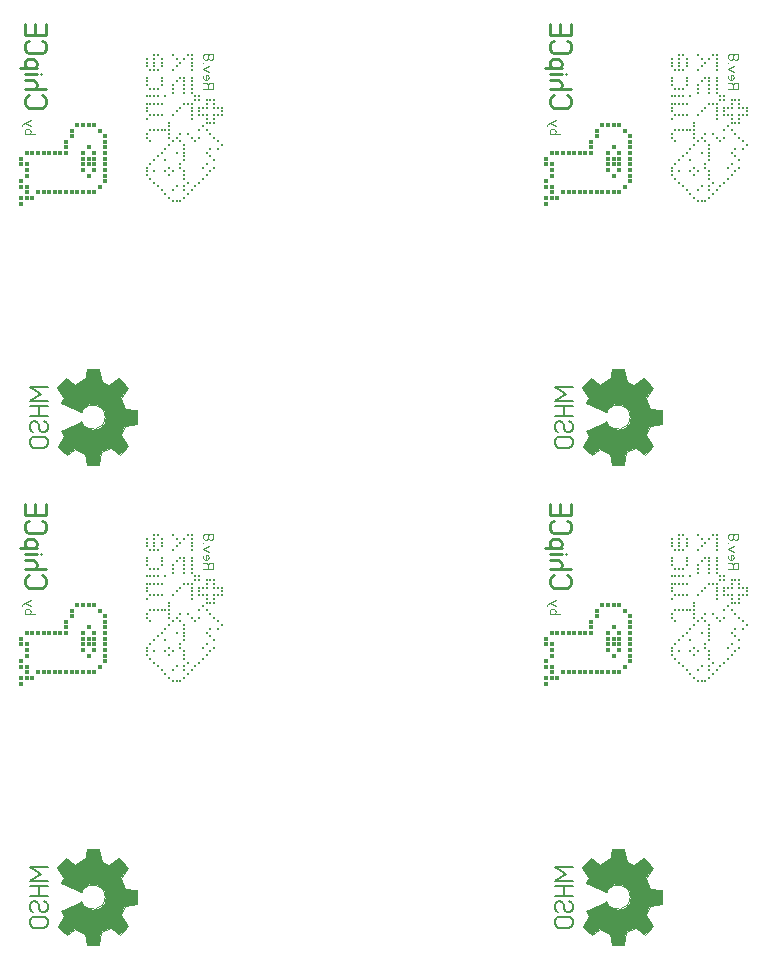
<source format=gbr>
%FSLAX34Y34*%
%MOMM*%
%LNSILK_BOTTOM*%
G71*
G01*
%ADD10C, 0.100*%
%ADD11C, 0.189*%
%ADD12R, 0.270X0.270*%
%ADD13C, 0.111*%
%ADD14R, 0.400X0.400*%
%ADD15C, 0.222*%
%LPD*%
G54D10*
X120654Y-342024D02*
X120655Y-353136D01*
X110336Y-355517D01*
X107161Y-363058D01*
X113114Y-372186D01*
X105970Y-380124D01*
X98033Y-373774D01*
X90095Y-377345D01*
X88508Y-388458D01*
X77792Y-388458D01*
X76602Y-378536D01*
X68267Y-374964D01*
X60726Y-380124D01*
X53186Y-372583D01*
X58742Y-363852D01*
X55964Y-359486D01*
X72633Y-351945D01*
G54D10*
X72633Y-343214D02*
X56361Y-335674D01*
X58345Y-331308D01*
X52789Y-322974D01*
X60330Y-314639D01*
X68267Y-320592D01*
X76602Y-317020D01*
X77792Y-306702D01*
X88508Y-307098D01*
X90492Y-317814D01*
X96842Y-320592D01*
X105176Y-314639D01*
X112717Y-322577D01*
X107161Y-331705D01*
X110336Y-340436D01*
X120654Y-342024D01*
G54D10*
G75*
G01X73317Y-351676D02*
G03X73317Y-343471I9666J4102D01*
G01*
G36*
X88508Y-307098D02*
X90492Y-317814D01*
X96842Y-320592D01*
X105176Y-314639D01*
X112717Y-322577D01*
X107161Y-331705D01*
X110336Y-340436D01*
X120654Y-342024D01*
X120655Y-353136D01*
X110336Y-355517D01*
X107161Y-363058D01*
X113114Y-372186D01*
X105970Y-380124D01*
X98033Y-373774D01*
X90095Y-377345D01*
X88508Y-388458D01*
X77792Y-388458D01*
X76602Y-378536D01*
X68267Y-374964D01*
X60726Y-380124D01*
X53186Y-372583D01*
X58742Y-363852D01*
X55964Y-359486D01*
X73426Y-351548D01*
X73823Y-352739D01*
X74617Y-353930D01*
X76998Y-356311D01*
X80173Y-357898D01*
X82158Y-358295D01*
X83745Y-358295D01*
X86126Y-357898D01*
X88904Y-356708D01*
X91683Y-354327D01*
X92873Y-352342D01*
X93667Y-350358D01*
X94064Y-347977D01*
X93667Y-345595D01*
X92873Y-342420D01*
X90492Y-339642D01*
X86523Y-336864D01*
X80173Y-336864D01*
X77792Y-338055D01*
X75411Y-339642D01*
X73426Y-342024D01*
X73426Y-343611D01*
X56361Y-335674D01*
X58345Y-331308D01*
X52789Y-322974D01*
X60330Y-314639D01*
X68267Y-320592D01*
X88508Y-307098D01*
G37*
G54D10*
X88508Y-307098D02*
X90492Y-317814D01*
X96842Y-320592D01*
X105176Y-314639D01*
X112717Y-322577D01*
X107161Y-331705D01*
X110336Y-340436D01*
X120654Y-342024D01*
X120655Y-353136D01*
X110336Y-355517D01*
X107161Y-363058D01*
X113114Y-372186D01*
X105970Y-380124D01*
X98033Y-373774D01*
X90095Y-377345D01*
X88508Y-388458D01*
X77792Y-388458D01*
X76602Y-378536D01*
X68267Y-374964D01*
X60726Y-380124D01*
X53186Y-372583D01*
X58742Y-363852D01*
X55964Y-359486D01*
X73426Y-351548D01*
X73823Y-352739D01*
X74617Y-353930D01*
X76998Y-356311D01*
X80173Y-357898D01*
X82158Y-358295D01*
X83745Y-358295D01*
X86126Y-357898D01*
X88904Y-356708D01*
X91683Y-354327D01*
X92873Y-352342D01*
X93667Y-350358D01*
X94064Y-347977D01*
X93667Y-345595D01*
X92873Y-342420D01*
X90492Y-339642D01*
X86523Y-336864D01*
X80173Y-336864D01*
X77792Y-338055D01*
X75411Y-339642D01*
X73426Y-342024D01*
X73426Y-343611D01*
X56361Y-335674D01*
X58345Y-331308D01*
X52789Y-322974D01*
X60330Y-314639D01*
X68267Y-320592D01*
X88508Y-307098D01*
G36*
X88508Y-307098D02*
X77792Y-306702D01*
X76602Y-317020D01*
X88508Y-307098D01*
G37*
G54D10*
X88508Y-307098D02*
X77792Y-306702D01*
X76602Y-317020D01*
X88508Y-307098D01*
G54D11*
X41981Y-364316D02*
X32537Y-364316D01*
X30648Y-365449D01*
X29704Y-367716D01*
X29704Y-369982D01*
X30648Y-372249D01*
X32537Y-373382D01*
X41981Y-373382D01*
X43870Y-372249D01*
X44815Y-369982D01*
X44815Y-367716D01*
X43870Y-365449D01*
X41981Y-364316D01*
G54D11*
X32537Y-360159D02*
X30648Y-359026D01*
X29704Y-356759D01*
X29704Y-354493D01*
X30648Y-352226D01*
X32537Y-351093D01*
X34426Y-351093D01*
X36315Y-352226D01*
X37259Y-354493D01*
X37259Y-356759D01*
X38204Y-359026D01*
X40092Y-360159D01*
X41981Y-360159D01*
X43870Y-359026D01*
X44815Y-356759D01*
X44815Y-354493D01*
X43870Y-352226D01*
X41981Y-351093D01*
G54D11*
X29704Y-346936D02*
X44815Y-346936D01*
G54D11*
X29704Y-337870D02*
X44815Y-337870D01*
G54D11*
X37259Y-346936D02*
X37259Y-337870D01*
G54D11*
X44815Y-333713D02*
X29704Y-333713D01*
X39148Y-328047D01*
X29704Y-322380D01*
X44815Y-322380D01*
X150812Y-164975D02*
G54D12*
D03*
X147638Y-161800D02*
G54D12*
D03*
X144462Y-158625D02*
G54D12*
D03*
X141288Y-155450D02*
G54D12*
D03*
X157162Y-164975D02*
G54D12*
D03*
X160338Y-161800D02*
G54D12*
D03*
X163512Y-158625D02*
G54D12*
D03*
X166688Y-155450D02*
G54D12*
D03*
X169862Y-152275D02*
G54D12*
D03*
X138112Y-152275D02*
G54D12*
D03*
X134938Y-149100D02*
G54D12*
D03*
X131762Y-145925D02*
G54D12*
D03*
X128588Y-142750D02*
G54D12*
D03*
X128588Y-136400D02*
G54D12*
D03*
X131762Y-133225D02*
G54D12*
D03*
X134938Y-130050D02*
G54D12*
D03*
X138112Y-126875D02*
G54D12*
D03*
X141288Y-123700D02*
G54D12*
D03*
X144462Y-120525D02*
G54D12*
D03*
X147638Y-117350D02*
G54D12*
D03*
X150812Y-114175D02*
G54D12*
D03*
X153988Y-111000D02*
G54D12*
D03*
X173038Y-149100D02*
G54D12*
D03*
X176212Y-145925D02*
G54D12*
D03*
X179388Y-142750D02*
G54D12*
D03*
X182562Y-139575D02*
G54D12*
D03*
X179388Y-123700D02*
G54D12*
D03*
X169862Y-114175D02*
G54D12*
D03*
X173038Y-111000D02*
G54D12*
D03*
X182562Y-120525D02*
G54D12*
D03*
X188912Y-120525D02*
G54D12*
D03*
X192088Y-117350D02*
G54D12*
D03*
X188912Y-114175D02*
G54D12*
D03*
X185738Y-111000D02*
G54D12*
D03*
X182562Y-107825D02*
G54D12*
D03*
X179388Y-104650D02*
G54D12*
D03*
X176212Y-101475D02*
G54D12*
D03*
X173038Y-104650D02*
G54D12*
D03*
X160338Y-155450D02*
G54D12*
D03*
X160338Y-152275D02*
G54D12*
D03*
X163512Y-149100D02*
G54D12*
D03*
X160338Y-145925D02*
G54D12*
D03*
X160338Y-142750D02*
G54D12*
D03*
X160338Y-139575D02*
G54D12*
D03*
X157162Y-136400D02*
G54D12*
D03*
X157162Y-133225D02*
G54D12*
D03*
X160338Y-130050D02*
G54D12*
D03*
X160338Y-126875D02*
G54D12*
D03*
X160338Y-123700D02*
G54D12*
D03*
X160338Y-120525D02*
G54D12*
D03*
X160338Y-117350D02*
G54D12*
D03*
X157162Y-114175D02*
G54D12*
D03*
X185738Y-98300D02*
G54D12*
D03*
X182562Y-98300D02*
G54D12*
D03*
X179388Y-98300D02*
G54D12*
D03*
X179388Y-95125D02*
G54D12*
D03*
X185738Y-95125D02*
G54D12*
D03*
X185738Y-91950D02*
G54D12*
D03*
X188912Y-91950D02*
G54D12*
D03*
X192088Y-91950D02*
G54D12*
D03*
X192088Y-88775D02*
G54D12*
D03*
X192088Y-85600D02*
G54D12*
D03*
X188912Y-85600D02*
G54D12*
D03*
X185738Y-85600D02*
G54D12*
D03*
X185738Y-82425D02*
G54D12*
D03*
X185738Y-79250D02*
G54D12*
D03*
X182562Y-79250D02*
G54D12*
D03*
X179388Y-79250D02*
G54D12*
D03*
X179388Y-82425D02*
G54D12*
D03*
X179388Y-85600D02*
G54D12*
D03*
X179388Y-91950D02*
G54D12*
D03*
X176212Y-91950D02*
G54D12*
D03*
X173038Y-91950D02*
G54D12*
D03*
X173038Y-88775D02*
G54D12*
D03*
X173038Y-85600D02*
G54D12*
D03*
X176212Y-85600D02*
G54D12*
D03*
X185738Y-136400D02*
G54D12*
D03*
X185738Y-130050D02*
G54D12*
D03*
X182562Y-126875D02*
G54D12*
D03*
X166688Y-111000D02*
G54D12*
D03*
X163512Y-107825D02*
G54D12*
D03*
X157162Y-107825D02*
G54D12*
D03*
X147638Y-111000D02*
G54D12*
D03*
X147638Y-107825D02*
G54D12*
D03*
X147638Y-104650D02*
G54D12*
D03*
X147638Y-101475D02*
G54D12*
D03*
X147638Y-98300D02*
G54D12*
D03*
X144462Y-104650D02*
G54D12*
D03*
X141288Y-104650D02*
G54D12*
D03*
X138112Y-104650D02*
G54D12*
D03*
X134938Y-104650D02*
G54D12*
D03*
X131762Y-104650D02*
G54D12*
D03*
X128588Y-107825D02*
G54D12*
D03*
X128588Y-111000D02*
G54D12*
D03*
X131762Y-114175D02*
G54D12*
D03*
X128588Y-95125D02*
G54D12*
D03*
X131762Y-91950D02*
G54D12*
D03*
X134938Y-91950D02*
G54D12*
D03*
X138112Y-91950D02*
G54D12*
D03*
X141288Y-91950D02*
G54D12*
D03*
X128588Y-88775D02*
G54D12*
D03*
X128588Y-85600D02*
G54D12*
D03*
X128588Y-82425D02*
G54D12*
D03*
X131762Y-82425D02*
G54D12*
D03*
X134938Y-82425D02*
G54D12*
D03*
X138112Y-82425D02*
G54D12*
D03*
X141288Y-82425D02*
G54D12*
D03*
X144462Y-76075D02*
G54D12*
D03*
X138112Y-76075D02*
G54D12*
D03*
X134938Y-76075D02*
G54D12*
D03*
X131762Y-76075D02*
G54D12*
D03*
X128588Y-76075D02*
G54D12*
D03*
X131762Y-69725D02*
G54D12*
D03*
X134938Y-69725D02*
G54D12*
D03*
X138112Y-69725D02*
G54D12*
D03*
X141288Y-66550D02*
G54D12*
D03*
X141288Y-63375D02*
G54D12*
D03*
X128588Y-66550D02*
G54D12*
D03*
X128588Y-63375D02*
G54D12*
D03*
X128588Y-60200D02*
G54D12*
D03*
X141288Y-60200D02*
G54D12*
D03*
X131762Y-53850D02*
G54D12*
D03*
X134938Y-53850D02*
G54D12*
D03*
X138112Y-53850D02*
G54D12*
D03*
X141288Y-50675D02*
G54D12*
D03*
X141288Y-47500D02*
G54D12*
D03*
X141288Y-44325D02*
G54D12*
D03*
X128588Y-50675D02*
G54D12*
D03*
X128588Y-47500D02*
G54D12*
D03*
X128588Y-44325D02*
G54D12*
D03*
X138112Y-41150D02*
G54D12*
D03*
X134938Y-41150D02*
G54D12*
D03*
X134938Y-44325D02*
G54D12*
D03*
X134938Y-47500D02*
G54D12*
D03*
X134938Y-50675D02*
G54D12*
D03*
X147638Y-142750D02*
G54D12*
D03*
X144462Y-139575D02*
G54D12*
D03*
X147638Y-136400D02*
G54D12*
D03*
X150812Y-139575D02*
G54D12*
D03*
X144462Y-130050D02*
G54D12*
D03*
X153988Y-152275D02*
G54D12*
D03*
X153988Y-123700D02*
G54D12*
D03*
X134938Y-139575D02*
G54D12*
D03*
X150812Y-155450D02*
G54D12*
D03*
X166688Y-95125D02*
G54D12*
D03*
X166688Y-91950D02*
G54D12*
D03*
X166688Y-88775D02*
G54D12*
D03*
X166688Y-85600D02*
G54D12*
D03*
X166688Y-82425D02*
G54D12*
D03*
X163512Y-82425D02*
G54D12*
D03*
X160338Y-82425D02*
G54D12*
D03*
X157162Y-85600D02*
G54D12*
D03*
X153988Y-88775D02*
G54D12*
D03*
X150812Y-91950D02*
G54D12*
D03*
X173038Y-79250D02*
G54D12*
D03*
X169862Y-79250D02*
G54D12*
D03*
X169862Y-76075D02*
G54D12*
D03*
X173038Y-76075D02*
G54D12*
D03*
X166688Y-72900D02*
G54D12*
D03*
X166688Y-69725D02*
G54D12*
D03*
X166688Y-66550D02*
G54D12*
D03*
X166688Y-63375D02*
G54D12*
D03*
X166688Y-60200D02*
G54D12*
D03*
X160338Y-72900D02*
G54D12*
D03*
X160338Y-69725D02*
G54D12*
D03*
X160338Y-66550D02*
G54D12*
D03*
X160338Y-63375D02*
G54D12*
D03*
X160338Y-60200D02*
G54D12*
D03*
X157162Y-60200D02*
G54D12*
D03*
X153988Y-63375D02*
G54D12*
D03*
X150812Y-66550D02*
G54D12*
D03*
X150812Y-72900D02*
G54D12*
D03*
X150812Y-69725D02*
G54D12*
D03*
X166688Y-53850D02*
G54D12*
D03*
X166688Y-50675D02*
G54D12*
D03*
X166688Y-47500D02*
G54D12*
D03*
X166688Y-44325D02*
G54D12*
D03*
X166688Y-41150D02*
G54D12*
D03*
X163512Y-41150D02*
G54D12*
D03*
X160338Y-44325D02*
G54D12*
D03*
X157162Y-47500D02*
G54D12*
D03*
X153988Y-50675D02*
G54D12*
D03*
X150812Y-53850D02*
G54D12*
D03*
X153988Y-44325D02*
G54D12*
D03*
X150812Y-41150D02*
G54D12*
D03*
X179388Y-133225D02*
G54D12*
D03*
X176212Y-136400D02*
G54D12*
D03*
G54D13*
X180657Y-67058D02*
X179546Y-65058D01*
X178435Y-64392D01*
X176212Y-64392D01*
G54D13*
X176212Y-69725D02*
X185101Y-69725D01*
X185101Y-66392D01*
X184546Y-65058D01*
X183435Y-64392D01*
X182324Y-64392D01*
X181212Y-65058D01*
X180657Y-66392D01*
X180657Y-69725D01*
G54D13*
X176768Y-57948D02*
X176212Y-59015D01*
X176212Y-60348D01*
X176768Y-61681D01*
X177879Y-61948D01*
X179768Y-61948D01*
X180879Y-61281D01*
X181212Y-59948D01*
X180879Y-58615D01*
X180101Y-57948D01*
X178990Y-57948D01*
X178990Y-61948D01*
G54D13*
X181212Y-55504D02*
X176212Y-52837D01*
X181212Y-50171D01*
G54D13*
X176212Y-47727D02*
X176212Y-47727D01*
G54D13*
X180657Y-41950D02*
X180657Y-43283D01*
X181212Y-44616D01*
X182324Y-45283D01*
X183435Y-45283D01*
X184546Y-44616D01*
X185101Y-43283D01*
X185101Y-41950D01*
X184546Y-40616D01*
X183435Y-39950D01*
X182324Y-39950D01*
X181212Y-40616D01*
X180657Y-41950D01*
X180101Y-40616D01*
X178990Y-39950D01*
X177879Y-39950D01*
X176768Y-40616D01*
X176212Y-41950D01*
X176212Y-43283D01*
X176768Y-44616D01*
X177879Y-45283D01*
X178990Y-45283D01*
X180101Y-44616D01*
X180657Y-43283D01*
X153988Y-164975D02*
G54D12*
D03*
X128588Y-139575D02*
G54D12*
D03*
X93662Y-143147D02*
G54D14*
D03*
X93662Y-138384D02*
G54D14*
D03*
X93662Y-133622D02*
G54D14*
D03*
X93662Y-128859D02*
G54D14*
D03*
X93662Y-124097D02*
G54D14*
D03*
X93662Y-119334D02*
G54D14*
D03*
X93662Y-114572D02*
G54D14*
D03*
X93662Y-109809D02*
G54D14*
D03*
X79375Y-157434D02*
G54D14*
D03*
X74612Y-157434D02*
G54D14*
D03*
X69850Y-157434D02*
G54D14*
D03*
X65088Y-157434D02*
G54D14*
D03*
X60325Y-157434D02*
G54D14*
D03*
X55562Y-157434D02*
G54D14*
D03*
X50800Y-157434D02*
G54D14*
D03*
X46038Y-157434D02*
G54D14*
D03*
X41275Y-157434D02*
G54D14*
D03*
X36512Y-157434D02*
G54D14*
D03*
X31750Y-162197D02*
G54D14*
D03*
X26988Y-162197D02*
G54D14*
D03*
X22225Y-162197D02*
G54D14*
D03*
X22225Y-166959D02*
G54D14*
D03*
X26988Y-152672D02*
G54D14*
D03*
X22225Y-152672D02*
G54D14*
D03*
X22225Y-147909D02*
G54D14*
D03*
X26988Y-143147D02*
G54D14*
D03*
X26988Y-138384D02*
G54D14*
D03*
X26988Y-133622D02*
G54D14*
D03*
X22225Y-133622D02*
G54D14*
D03*
X22225Y-128859D02*
G54D14*
D03*
X69850Y-100284D02*
G54D14*
D03*
X74612Y-100284D02*
G54D14*
D03*
X79375Y-100284D02*
G54D14*
D03*
X84138Y-100284D02*
G54D14*
D03*
X88900Y-105047D02*
G54D14*
D03*
X79375Y-143147D02*
G54D14*
D03*
X84138Y-138384D02*
G54D14*
D03*
X84138Y-133622D02*
G54D14*
D03*
X84138Y-128859D02*
G54D14*
D03*
X84138Y-124097D02*
G54D14*
D03*
X79375Y-119334D02*
G54D14*
D03*
X74612Y-138384D02*
G54D14*
D03*
X74612Y-133622D02*
G54D14*
D03*
X74612Y-128859D02*
G54D14*
D03*
X74612Y-124097D02*
G54D14*
D03*
X79375Y-133622D02*
G54D14*
D03*
X79375Y-128859D02*
G54D14*
D03*
X26988Y-157434D02*
G54D14*
D03*
X65088Y-105047D02*
G54D14*
D03*
X65088Y-109809D02*
G54D14*
D03*
X60325Y-119334D02*
G54D14*
D03*
X60325Y-114572D02*
G54D14*
D03*
X60325Y-124097D02*
G54D14*
D03*
X55562Y-124097D02*
G54D14*
D03*
X50800Y-124097D02*
G54D14*
D03*
X46038Y-124097D02*
G54D14*
D03*
X41275Y-124097D02*
G54D14*
D03*
X36512Y-124097D02*
G54D14*
D03*
X31750Y-124097D02*
G54D14*
D03*
X26988Y-124097D02*
G54D14*
D03*
X93662Y-147909D02*
G54D14*
D03*
X88900Y-152672D02*
G54D14*
D03*
X84138Y-157434D02*
G54D14*
D03*
G54D13*
X25400Y-107950D02*
X34289Y-107950D01*
G54D13*
X28956Y-107950D02*
X30067Y-107283D01*
X30400Y-105950D01*
X30067Y-104617D01*
X28956Y-103950D01*
X26733Y-103950D01*
X25622Y-104617D01*
X25400Y-105950D01*
X25622Y-107283D01*
X26733Y-107950D01*
G54D13*
X30400Y-101506D02*
X25400Y-98839D01*
X30400Y-96173D01*
G54D13*
X25400Y-98839D02*
X23733Y-99506D01*
X23178Y-100173D01*
X23178Y-100839D01*
G54D15*
X28733Y-75058D02*
X26511Y-76392D01*
X25400Y-79058D01*
X25400Y-81725D01*
X26511Y-84392D01*
X28733Y-85725D01*
X39844Y-85725D01*
X42067Y-84392D01*
X43178Y-81725D01*
X43178Y-79058D01*
X42067Y-76392D01*
X39844Y-75058D01*
G54D15*
X25400Y-70169D02*
X43178Y-70169D01*
G54D15*
X32511Y-70169D02*
X34733Y-68836D01*
X35400Y-66169D01*
X34733Y-63502D01*
X32511Y-62169D01*
X25400Y-62169D01*
G54D15*
X25400Y-57280D02*
X35400Y-57280D01*
G54D15*
X38733Y-57280D02*
X38733Y-57280D01*
G54D15*
X35400Y-52391D02*
X20956Y-52391D01*
G54D15*
X28733Y-52391D02*
X25844Y-51058D01*
X25400Y-48391D01*
X25844Y-45724D01*
X28067Y-44391D01*
X32511Y-44391D01*
X34733Y-45724D01*
X35400Y-48391D01*
X34733Y-51058D01*
X32067Y-52391D01*
G54D15*
X28733Y-28835D02*
X26511Y-30169D01*
X25400Y-32835D01*
X25400Y-35502D01*
X26511Y-38169D01*
X28733Y-39502D01*
X39844Y-39502D01*
X42067Y-38169D01*
X43178Y-35502D01*
X43178Y-32835D01*
X42067Y-30169D01*
X39844Y-28835D01*
G54D15*
X25400Y-14613D02*
X25400Y-23946D01*
X43178Y-23946D01*
X43178Y-14613D01*
G54D15*
X34289Y-23946D02*
X34289Y-14613D01*
G54D10*
X565154Y-342024D02*
X565155Y-353136D01*
X554836Y-355517D01*
X551661Y-363058D01*
X557614Y-372186D01*
X550470Y-380124D01*
X542533Y-373774D01*
X534595Y-377345D01*
X533008Y-388458D01*
X522292Y-388458D01*
X521102Y-378536D01*
X512767Y-374964D01*
X505226Y-380124D01*
X497686Y-372583D01*
X503242Y-363852D01*
X500464Y-359486D01*
X517133Y-351945D01*
G54D10*
X517133Y-343214D02*
X500861Y-335674D01*
X502845Y-331308D01*
X497289Y-322974D01*
X504830Y-314639D01*
X512767Y-320592D01*
X521102Y-317020D01*
X522292Y-306702D01*
X533008Y-307098D01*
X534992Y-317814D01*
X541342Y-320592D01*
X549676Y-314639D01*
X557217Y-322577D01*
X551661Y-331705D01*
X554836Y-340436D01*
X565154Y-342024D01*
G54D10*
G75*
G01X517817Y-351676D02*
G03X517817Y-343471I9666J4102D01*
G01*
G36*
X533008Y-307098D02*
X534992Y-317814D01*
X541342Y-320592D01*
X549676Y-314639D01*
X557217Y-322577D01*
X551661Y-331705D01*
X554836Y-340436D01*
X565154Y-342024D01*
X565155Y-353136D01*
X554836Y-355517D01*
X551661Y-363058D01*
X557614Y-372186D01*
X550470Y-380124D01*
X542533Y-373774D01*
X534595Y-377345D01*
X533008Y-388458D01*
X522292Y-388458D01*
X521102Y-378536D01*
X512767Y-374964D01*
X505226Y-380124D01*
X497686Y-372583D01*
X503242Y-363852D01*
X500464Y-359486D01*
X517926Y-351548D01*
X518323Y-352739D01*
X519117Y-353930D01*
X521498Y-356311D01*
X524673Y-357898D01*
X526658Y-358295D01*
X528245Y-358295D01*
X530626Y-357898D01*
X533404Y-356708D01*
X536183Y-354327D01*
X537373Y-352342D01*
X538167Y-350358D01*
X538564Y-347977D01*
X538167Y-345595D01*
X537373Y-342420D01*
X534992Y-339642D01*
X531023Y-336864D01*
X524673Y-336864D01*
X522292Y-338055D01*
X519911Y-339642D01*
X517926Y-342024D01*
X517926Y-343611D01*
X500861Y-335674D01*
X502845Y-331308D01*
X497289Y-322974D01*
X504830Y-314639D01*
X512767Y-320592D01*
X533008Y-307098D01*
G37*
G54D10*
X533008Y-307098D02*
X534992Y-317814D01*
X541342Y-320592D01*
X549676Y-314639D01*
X557217Y-322577D01*
X551661Y-331705D01*
X554836Y-340436D01*
X565154Y-342024D01*
X565155Y-353136D01*
X554836Y-355517D01*
X551661Y-363058D01*
X557614Y-372186D01*
X550470Y-380124D01*
X542533Y-373774D01*
X534595Y-377345D01*
X533008Y-388458D01*
X522292Y-388458D01*
X521102Y-378536D01*
X512767Y-374964D01*
X505226Y-380124D01*
X497686Y-372583D01*
X503242Y-363852D01*
X500464Y-359486D01*
X517926Y-351548D01*
X518323Y-352739D01*
X519117Y-353930D01*
X521498Y-356311D01*
X524673Y-357898D01*
X526658Y-358295D01*
X528245Y-358295D01*
X530626Y-357898D01*
X533404Y-356708D01*
X536183Y-354327D01*
X537373Y-352342D01*
X538167Y-350358D01*
X538564Y-347977D01*
X538167Y-345595D01*
X537373Y-342420D01*
X534992Y-339642D01*
X531023Y-336864D01*
X524673Y-336864D01*
X522292Y-338055D01*
X519911Y-339642D01*
X517926Y-342024D01*
X517926Y-343611D01*
X500861Y-335674D01*
X502845Y-331308D01*
X497289Y-322974D01*
X504830Y-314639D01*
X512767Y-320592D01*
X533008Y-307098D01*
G36*
X533008Y-307098D02*
X522292Y-306702D01*
X521102Y-317020D01*
X533008Y-307098D01*
G37*
G54D10*
X533008Y-307098D02*
X522292Y-306702D01*
X521102Y-317020D01*
X533008Y-307098D01*
G54D11*
X486481Y-364316D02*
X477037Y-364316D01*
X475148Y-365449D01*
X474204Y-367716D01*
X474204Y-369982D01*
X475148Y-372249D01*
X477037Y-373382D01*
X486481Y-373382D01*
X488370Y-372249D01*
X489315Y-369982D01*
X489315Y-367716D01*
X488370Y-365449D01*
X486481Y-364316D01*
G54D11*
X477037Y-360159D02*
X475148Y-359026D01*
X474204Y-356759D01*
X474204Y-354493D01*
X475148Y-352226D01*
X477037Y-351093D01*
X478926Y-351093D01*
X480815Y-352226D01*
X481759Y-354493D01*
X481759Y-356759D01*
X482704Y-359026D01*
X484592Y-360159D01*
X486481Y-360159D01*
X488370Y-359026D01*
X489315Y-356759D01*
X489315Y-354493D01*
X488370Y-352226D01*
X486481Y-351093D01*
G54D11*
X474204Y-346936D02*
X489315Y-346936D01*
G54D11*
X474204Y-337870D02*
X489315Y-337870D01*
G54D11*
X481759Y-346936D02*
X481759Y-337870D01*
G54D11*
X489315Y-333713D02*
X474204Y-333713D01*
X483648Y-328047D01*
X474204Y-322380D01*
X489315Y-322380D01*
X595312Y-164975D02*
G54D12*
D03*
X592138Y-161800D02*
G54D12*
D03*
X588962Y-158625D02*
G54D12*
D03*
X585788Y-155450D02*
G54D12*
D03*
X601662Y-164975D02*
G54D12*
D03*
X604838Y-161800D02*
G54D12*
D03*
X608012Y-158625D02*
G54D12*
D03*
X611188Y-155450D02*
G54D12*
D03*
X614362Y-152275D02*
G54D12*
D03*
X582612Y-152275D02*
G54D12*
D03*
X579438Y-149100D02*
G54D12*
D03*
X576262Y-145925D02*
G54D12*
D03*
X573088Y-142750D02*
G54D12*
D03*
X573088Y-136400D02*
G54D12*
D03*
X576262Y-133225D02*
G54D12*
D03*
X579438Y-130050D02*
G54D12*
D03*
X582612Y-126875D02*
G54D12*
D03*
X585788Y-123700D02*
G54D12*
D03*
X588962Y-120525D02*
G54D12*
D03*
X592138Y-117350D02*
G54D12*
D03*
X595312Y-114175D02*
G54D12*
D03*
X598488Y-111000D02*
G54D12*
D03*
X617538Y-149100D02*
G54D12*
D03*
X620712Y-145925D02*
G54D12*
D03*
X623888Y-142750D02*
G54D12*
D03*
X627062Y-139575D02*
G54D12*
D03*
X623888Y-123700D02*
G54D12*
D03*
X614362Y-114175D02*
G54D12*
D03*
X617538Y-111000D02*
G54D12*
D03*
X627062Y-120525D02*
G54D12*
D03*
X633412Y-120525D02*
G54D12*
D03*
X636588Y-117350D02*
G54D12*
D03*
X633412Y-114175D02*
G54D12*
D03*
X630238Y-111000D02*
G54D12*
D03*
X627062Y-107825D02*
G54D12*
D03*
X623888Y-104650D02*
G54D12*
D03*
X620712Y-101475D02*
G54D12*
D03*
X617538Y-104650D02*
G54D12*
D03*
X604838Y-155450D02*
G54D12*
D03*
X604838Y-152275D02*
G54D12*
D03*
X608012Y-149100D02*
G54D12*
D03*
X604838Y-145925D02*
G54D12*
D03*
X604838Y-142750D02*
G54D12*
D03*
X604838Y-139575D02*
G54D12*
D03*
X601662Y-136400D02*
G54D12*
D03*
X601662Y-133225D02*
G54D12*
D03*
X604838Y-130050D02*
G54D12*
D03*
X604838Y-126875D02*
G54D12*
D03*
X604838Y-123700D02*
G54D12*
D03*
X604838Y-120525D02*
G54D12*
D03*
X604838Y-117350D02*
G54D12*
D03*
X601662Y-114175D02*
G54D12*
D03*
X630238Y-98300D02*
G54D12*
D03*
X627062Y-98300D02*
G54D12*
D03*
X623888Y-98300D02*
G54D12*
D03*
X623888Y-95125D02*
G54D12*
D03*
X630238Y-95125D02*
G54D12*
D03*
X630238Y-91950D02*
G54D12*
D03*
X633412Y-91950D02*
G54D12*
D03*
X636588Y-91950D02*
G54D12*
D03*
X636588Y-88775D02*
G54D12*
D03*
X636588Y-85600D02*
G54D12*
D03*
X633412Y-85600D02*
G54D12*
D03*
X630238Y-85600D02*
G54D12*
D03*
X630238Y-82425D02*
G54D12*
D03*
X630238Y-79250D02*
G54D12*
D03*
X627062Y-79250D02*
G54D12*
D03*
X623888Y-79250D02*
G54D12*
D03*
X623888Y-82425D02*
G54D12*
D03*
X623888Y-85600D02*
G54D12*
D03*
X623888Y-91950D02*
G54D12*
D03*
X620712Y-91950D02*
G54D12*
D03*
X617538Y-91950D02*
G54D12*
D03*
X617538Y-88775D02*
G54D12*
D03*
X617538Y-85600D02*
G54D12*
D03*
X620712Y-85600D02*
G54D12*
D03*
X630238Y-136400D02*
G54D12*
D03*
X630238Y-130050D02*
G54D12*
D03*
X627062Y-126875D02*
G54D12*
D03*
X611188Y-111000D02*
G54D12*
D03*
X608012Y-107825D02*
G54D12*
D03*
X601662Y-107825D02*
G54D12*
D03*
X592138Y-111000D02*
G54D12*
D03*
X592138Y-107825D02*
G54D12*
D03*
X592138Y-104650D02*
G54D12*
D03*
X592138Y-101475D02*
G54D12*
D03*
X592138Y-98300D02*
G54D12*
D03*
X588962Y-104650D02*
G54D12*
D03*
X585788Y-104650D02*
G54D12*
D03*
X582612Y-104650D02*
G54D12*
D03*
X579438Y-104650D02*
G54D12*
D03*
X576262Y-104650D02*
G54D12*
D03*
X573088Y-107825D02*
G54D12*
D03*
X573088Y-111000D02*
G54D12*
D03*
X576262Y-114175D02*
G54D12*
D03*
X573088Y-95125D02*
G54D12*
D03*
X576262Y-91950D02*
G54D12*
D03*
X579438Y-91950D02*
G54D12*
D03*
X582612Y-91950D02*
G54D12*
D03*
X585788Y-91950D02*
G54D12*
D03*
X573088Y-88775D02*
G54D12*
D03*
X573088Y-85600D02*
G54D12*
D03*
X573088Y-82425D02*
G54D12*
D03*
X576262Y-82425D02*
G54D12*
D03*
X579438Y-82425D02*
G54D12*
D03*
X582612Y-82425D02*
G54D12*
D03*
X585788Y-82425D02*
G54D12*
D03*
X588962Y-76075D02*
G54D12*
D03*
X582612Y-76075D02*
G54D12*
D03*
X579438Y-76075D02*
G54D12*
D03*
X576262Y-76075D02*
G54D12*
D03*
X573088Y-76075D02*
G54D12*
D03*
X576262Y-69725D02*
G54D12*
D03*
X579438Y-69725D02*
G54D12*
D03*
X582612Y-69725D02*
G54D12*
D03*
X585788Y-66550D02*
G54D12*
D03*
X585788Y-63375D02*
G54D12*
D03*
X573088Y-66550D02*
G54D12*
D03*
X573088Y-63375D02*
G54D12*
D03*
X573088Y-60200D02*
G54D12*
D03*
X585788Y-60200D02*
G54D12*
D03*
X576262Y-53850D02*
G54D12*
D03*
X579438Y-53850D02*
G54D12*
D03*
X582612Y-53850D02*
G54D12*
D03*
X585788Y-50675D02*
G54D12*
D03*
X585788Y-47500D02*
G54D12*
D03*
X585788Y-44325D02*
G54D12*
D03*
X573088Y-50675D02*
G54D12*
D03*
X573088Y-47500D02*
G54D12*
D03*
X573088Y-44325D02*
G54D12*
D03*
X582612Y-41150D02*
G54D12*
D03*
X579438Y-41150D02*
G54D12*
D03*
X579438Y-44325D02*
G54D12*
D03*
X579438Y-47500D02*
G54D12*
D03*
X579438Y-50675D02*
G54D12*
D03*
X592138Y-142750D02*
G54D12*
D03*
X588962Y-139575D02*
G54D12*
D03*
X592138Y-136400D02*
G54D12*
D03*
X595312Y-139575D02*
G54D12*
D03*
X588962Y-130050D02*
G54D12*
D03*
X598488Y-152275D02*
G54D12*
D03*
X598488Y-123700D02*
G54D12*
D03*
X579438Y-139575D02*
G54D12*
D03*
X595312Y-155450D02*
G54D12*
D03*
X611188Y-95125D02*
G54D12*
D03*
X611188Y-91950D02*
G54D12*
D03*
X611188Y-88775D02*
G54D12*
D03*
X611188Y-85600D02*
G54D12*
D03*
X611188Y-82425D02*
G54D12*
D03*
X608012Y-82425D02*
G54D12*
D03*
X604838Y-82425D02*
G54D12*
D03*
X601662Y-85600D02*
G54D12*
D03*
X598488Y-88775D02*
G54D12*
D03*
X595312Y-91950D02*
G54D12*
D03*
X617538Y-79250D02*
G54D12*
D03*
X614362Y-79250D02*
G54D12*
D03*
X614362Y-76075D02*
G54D12*
D03*
X617538Y-76075D02*
G54D12*
D03*
X611188Y-72900D02*
G54D12*
D03*
X611188Y-69725D02*
G54D12*
D03*
X611188Y-66550D02*
G54D12*
D03*
X611188Y-63375D02*
G54D12*
D03*
X611188Y-60200D02*
G54D12*
D03*
X604838Y-72900D02*
G54D12*
D03*
X604838Y-69725D02*
G54D12*
D03*
X604838Y-66550D02*
G54D12*
D03*
X604838Y-63375D02*
G54D12*
D03*
X604838Y-60200D02*
G54D12*
D03*
X601662Y-60200D02*
G54D12*
D03*
X598488Y-63375D02*
G54D12*
D03*
X595312Y-66550D02*
G54D12*
D03*
X595312Y-72900D02*
G54D12*
D03*
X595312Y-69725D02*
G54D12*
D03*
X611188Y-53850D02*
G54D12*
D03*
X611188Y-50675D02*
G54D12*
D03*
X611188Y-47500D02*
G54D12*
D03*
X611188Y-44325D02*
G54D12*
D03*
X611188Y-41150D02*
G54D12*
D03*
X608012Y-41150D02*
G54D12*
D03*
X604838Y-44325D02*
G54D12*
D03*
X601662Y-47500D02*
G54D12*
D03*
X598488Y-50675D02*
G54D12*
D03*
X595312Y-53850D02*
G54D12*
D03*
X598488Y-44325D02*
G54D12*
D03*
X595312Y-41150D02*
G54D12*
D03*
X623888Y-133225D02*
G54D12*
D03*
X620712Y-136400D02*
G54D12*
D03*
G54D13*
X625157Y-67058D02*
X624046Y-65058D01*
X622935Y-64392D01*
X620712Y-64392D01*
G54D13*
X620712Y-69725D02*
X629601Y-69725D01*
X629601Y-66392D01*
X629046Y-65058D01*
X627935Y-64392D01*
X626824Y-64392D01*
X625712Y-65058D01*
X625157Y-66392D01*
X625157Y-69725D01*
G54D13*
X621268Y-57948D02*
X620712Y-59015D01*
X620712Y-60348D01*
X621268Y-61681D01*
X622379Y-61948D01*
X624268Y-61948D01*
X625379Y-61281D01*
X625712Y-59948D01*
X625379Y-58615D01*
X624601Y-57948D01*
X623490Y-57948D01*
X623490Y-61948D01*
G54D13*
X625712Y-55504D02*
X620712Y-52837D01*
X625712Y-50171D01*
G54D13*
X620712Y-47727D02*
X620712Y-47727D01*
G54D13*
X625157Y-41950D02*
X625157Y-43283D01*
X625712Y-44616D01*
X626824Y-45283D01*
X627935Y-45283D01*
X629046Y-44616D01*
X629601Y-43283D01*
X629601Y-41950D01*
X629046Y-40616D01*
X627935Y-39950D01*
X626824Y-39950D01*
X625712Y-40616D01*
X625157Y-41950D01*
X624601Y-40616D01*
X623490Y-39950D01*
X622379Y-39950D01*
X621268Y-40616D01*
X620712Y-41950D01*
X620712Y-43283D01*
X621268Y-44616D01*
X622379Y-45283D01*
X623490Y-45283D01*
X624601Y-44616D01*
X625157Y-43283D01*
X598488Y-164975D02*
G54D12*
D03*
X573088Y-139575D02*
G54D12*
D03*
X538162Y-143147D02*
G54D14*
D03*
X538162Y-138384D02*
G54D14*
D03*
X538162Y-133622D02*
G54D14*
D03*
X538162Y-128859D02*
G54D14*
D03*
X538162Y-124097D02*
G54D14*
D03*
X538162Y-119334D02*
G54D14*
D03*
X538162Y-114572D02*
G54D14*
D03*
X538162Y-109809D02*
G54D14*
D03*
X523875Y-157434D02*
G54D14*
D03*
X519112Y-157434D02*
G54D14*
D03*
X514350Y-157434D02*
G54D14*
D03*
X509588Y-157434D02*
G54D14*
D03*
X504825Y-157434D02*
G54D14*
D03*
X500062Y-157434D02*
G54D14*
D03*
X495300Y-157434D02*
G54D14*
D03*
X490538Y-157434D02*
G54D14*
D03*
X485775Y-157434D02*
G54D14*
D03*
X481012Y-157434D02*
G54D14*
D03*
X476250Y-162197D02*
G54D14*
D03*
X471488Y-162197D02*
G54D14*
D03*
X466725Y-162197D02*
G54D14*
D03*
X466725Y-166959D02*
G54D14*
D03*
X471488Y-152672D02*
G54D14*
D03*
X466725Y-152672D02*
G54D14*
D03*
X466725Y-147909D02*
G54D14*
D03*
X471488Y-143147D02*
G54D14*
D03*
X471488Y-138384D02*
G54D14*
D03*
X471488Y-133622D02*
G54D14*
D03*
X466725Y-133622D02*
G54D14*
D03*
X466725Y-128859D02*
G54D14*
D03*
X514350Y-100284D02*
G54D14*
D03*
X519112Y-100284D02*
G54D14*
D03*
X523875Y-100284D02*
G54D14*
D03*
X528638Y-100284D02*
G54D14*
D03*
X533400Y-105047D02*
G54D14*
D03*
X523875Y-143147D02*
G54D14*
D03*
X528638Y-138384D02*
G54D14*
D03*
X528638Y-133622D02*
G54D14*
D03*
X528638Y-128859D02*
G54D14*
D03*
X528638Y-124097D02*
G54D14*
D03*
X523875Y-119334D02*
G54D14*
D03*
X519112Y-138384D02*
G54D14*
D03*
X519112Y-133622D02*
G54D14*
D03*
X519112Y-128859D02*
G54D14*
D03*
X519112Y-124097D02*
G54D14*
D03*
X523875Y-133622D02*
G54D14*
D03*
X523875Y-128859D02*
G54D14*
D03*
X471488Y-157434D02*
G54D14*
D03*
X509588Y-105047D02*
G54D14*
D03*
X509588Y-109809D02*
G54D14*
D03*
X504825Y-119334D02*
G54D14*
D03*
X504825Y-114572D02*
G54D14*
D03*
X504825Y-124097D02*
G54D14*
D03*
X500062Y-124097D02*
G54D14*
D03*
X495300Y-124097D02*
G54D14*
D03*
X490538Y-124097D02*
G54D14*
D03*
X485775Y-124097D02*
G54D14*
D03*
X481012Y-124097D02*
G54D14*
D03*
X476250Y-124097D02*
G54D14*
D03*
X471488Y-124097D02*
G54D14*
D03*
X538162Y-147909D02*
G54D14*
D03*
X533400Y-152672D02*
G54D14*
D03*
X528638Y-157434D02*
G54D14*
D03*
G54D13*
X469900Y-107950D02*
X478789Y-107950D01*
G54D13*
X473456Y-107950D02*
X474567Y-107283D01*
X474900Y-105950D01*
X474567Y-104617D01*
X473456Y-103950D01*
X471233Y-103950D01*
X470122Y-104617D01*
X469900Y-105950D01*
X470122Y-107283D01*
X471233Y-107950D01*
G54D13*
X474900Y-101506D02*
X469900Y-98839D01*
X474900Y-96173D01*
G54D13*
X469900Y-98839D02*
X468233Y-99506D01*
X467678Y-100173D01*
X467678Y-100839D01*
G54D15*
X473233Y-75058D02*
X471011Y-76392D01*
X469900Y-79058D01*
X469900Y-81725D01*
X471011Y-84392D01*
X473233Y-85725D01*
X484344Y-85725D01*
X486567Y-84392D01*
X487678Y-81725D01*
X487678Y-79058D01*
X486567Y-76392D01*
X484344Y-75058D01*
G54D15*
X469900Y-70169D02*
X487678Y-70169D01*
G54D15*
X477011Y-70169D02*
X479233Y-68836D01*
X479900Y-66169D01*
X479233Y-63502D01*
X477011Y-62169D01*
X469900Y-62169D01*
G54D15*
X469900Y-57280D02*
X479900Y-57280D01*
G54D15*
X483233Y-57280D02*
X483233Y-57280D01*
G54D15*
X479900Y-52391D02*
X465456Y-52391D01*
G54D15*
X473233Y-52391D02*
X470344Y-51058D01*
X469900Y-48391D01*
X470344Y-45724D01*
X472567Y-44391D01*
X477011Y-44391D01*
X479233Y-45724D01*
X479900Y-48391D01*
X479233Y-51058D01*
X476567Y-52391D01*
G54D15*
X473233Y-28835D02*
X471011Y-30169D01*
X469900Y-32835D01*
X469900Y-35502D01*
X471011Y-38169D01*
X473233Y-39502D01*
X484344Y-39502D01*
X486567Y-38169D01*
X487678Y-35502D01*
X487678Y-32835D01*
X486567Y-30169D01*
X484344Y-28835D01*
G54D15*
X469900Y-14613D02*
X469900Y-23946D01*
X487678Y-23946D01*
X487678Y-14613D01*
G54D15*
X478789Y-23946D02*
X478789Y-14613D01*
G54D10*
X120654Y-748424D02*
X120655Y-759536D01*
X110336Y-761917D01*
X107161Y-769458D01*
X113114Y-778586D01*
X105970Y-786524D01*
X98033Y-780174D01*
X90095Y-783745D01*
X88508Y-794858D01*
X77792Y-794858D01*
X76602Y-784936D01*
X68267Y-781364D01*
X60726Y-786524D01*
X53186Y-778983D01*
X58742Y-770252D01*
X55964Y-765886D01*
X72633Y-758345D01*
G54D10*
X72633Y-749614D02*
X56361Y-742074D01*
X58345Y-737708D01*
X52789Y-729374D01*
X60330Y-721039D01*
X68267Y-726992D01*
X76602Y-723420D01*
X77792Y-713102D01*
X88508Y-713498D01*
X90492Y-724214D01*
X96842Y-726992D01*
X105176Y-721039D01*
X112717Y-728977D01*
X107161Y-738105D01*
X110336Y-746836D01*
X120654Y-748424D01*
G54D10*
G75*
G01X73317Y-758076D02*
G03X73317Y-749871I9666J4102D01*
G01*
G36*
X88508Y-713498D02*
X90492Y-724214D01*
X96842Y-726992D01*
X105176Y-721039D01*
X112717Y-728977D01*
X107161Y-738105D01*
X110336Y-746836D01*
X120654Y-748424D01*
X120655Y-759536D01*
X110336Y-761917D01*
X107161Y-769458D01*
X113114Y-778586D01*
X105970Y-786524D01*
X98033Y-780174D01*
X90095Y-783745D01*
X88508Y-794858D01*
X77792Y-794858D01*
X76602Y-784936D01*
X68267Y-781364D01*
X60726Y-786524D01*
X53186Y-778983D01*
X58742Y-770252D01*
X55964Y-765886D01*
X73426Y-757948D01*
X73823Y-759139D01*
X74617Y-760330D01*
X76998Y-762711D01*
X80173Y-764298D01*
X82158Y-764695D01*
X83745Y-764695D01*
X86126Y-764298D01*
X88904Y-763108D01*
X91683Y-760727D01*
X92873Y-758742D01*
X93667Y-756758D01*
X94064Y-754377D01*
X93667Y-751995D01*
X92873Y-748820D01*
X90492Y-746042D01*
X86523Y-743264D01*
X80173Y-743264D01*
X77792Y-744455D01*
X75411Y-746042D01*
X73426Y-748424D01*
X73426Y-750011D01*
X56361Y-742074D01*
X58345Y-737708D01*
X52789Y-729374D01*
X60330Y-721039D01*
X68267Y-726992D01*
X88508Y-713498D01*
G37*
G54D10*
X88508Y-713498D02*
X90492Y-724214D01*
X96842Y-726992D01*
X105176Y-721039D01*
X112717Y-728977D01*
X107161Y-738105D01*
X110336Y-746836D01*
X120654Y-748424D01*
X120655Y-759536D01*
X110336Y-761917D01*
X107161Y-769458D01*
X113114Y-778586D01*
X105970Y-786524D01*
X98033Y-780174D01*
X90095Y-783745D01*
X88508Y-794858D01*
X77792Y-794858D01*
X76602Y-784936D01*
X68267Y-781364D01*
X60726Y-786524D01*
X53186Y-778983D01*
X58742Y-770252D01*
X55964Y-765886D01*
X73426Y-757948D01*
X73823Y-759139D01*
X74617Y-760330D01*
X76998Y-762711D01*
X80173Y-764298D01*
X82158Y-764695D01*
X83745Y-764695D01*
X86126Y-764298D01*
X88904Y-763108D01*
X91683Y-760727D01*
X92873Y-758742D01*
X93667Y-756758D01*
X94064Y-754377D01*
X93667Y-751995D01*
X92873Y-748820D01*
X90492Y-746042D01*
X86523Y-743264D01*
X80173Y-743264D01*
X77792Y-744455D01*
X75411Y-746042D01*
X73426Y-748424D01*
X73426Y-750011D01*
X56361Y-742074D01*
X58345Y-737708D01*
X52789Y-729374D01*
X60330Y-721039D01*
X68267Y-726992D01*
X88508Y-713498D01*
G36*
X88508Y-713498D02*
X77792Y-713102D01*
X76602Y-723420D01*
X88508Y-713498D01*
G37*
G54D10*
X88508Y-713498D02*
X77792Y-713102D01*
X76602Y-723420D01*
X88508Y-713498D01*
G54D11*
X41981Y-770716D02*
X32537Y-770716D01*
X30648Y-771849D01*
X29704Y-774116D01*
X29704Y-776382D01*
X30648Y-778649D01*
X32537Y-779782D01*
X41981Y-779782D01*
X43870Y-778649D01*
X44815Y-776382D01*
X44815Y-774116D01*
X43870Y-771849D01*
X41981Y-770716D01*
G54D11*
X32537Y-766559D02*
X30648Y-765426D01*
X29704Y-763159D01*
X29704Y-760893D01*
X30648Y-758626D01*
X32537Y-757493D01*
X34426Y-757493D01*
X36315Y-758626D01*
X37259Y-760893D01*
X37259Y-763159D01*
X38204Y-765426D01*
X40092Y-766559D01*
X41981Y-766559D01*
X43870Y-765426D01*
X44815Y-763159D01*
X44815Y-760893D01*
X43870Y-758626D01*
X41981Y-757493D01*
G54D11*
X29704Y-753336D02*
X44815Y-753336D01*
G54D11*
X29704Y-744270D02*
X44815Y-744270D01*
G54D11*
X37259Y-753336D02*
X37259Y-744270D01*
G54D11*
X44815Y-740113D02*
X29704Y-740113D01*
X39148Y-734447D01*
X29704Y-728780D01*
X44815Y-728780D01*
X150812Y-571375D02*
G54D12*
D03*
X147637Y-568200D02*
G54D12*
D03*
X144462Y-565025D02*
G54D12*
D03*
X141287Y-561850D02*
G54D12*
D03*
X157162Y-571375D02*
G54D12*
D03*
X160337Y-568200D02*
G54D12*
D03*
X163512Y-565025D02*
G54D12*
D03*
X166687Y-561850D02*
G54D12*
D03*
X169862Y-558675D02*
G54D12*
D03*
X138112Y-558675D02*
G54D12*
D03*
X134937Y-555500D02*
G54D12*
D03*
X131762Y-552325D02*
G54D12*
D03*
X128587Y-549150D02*
G54D12*
D03*
X128587Y-542800D02*
G54D12*
D03*
X131762Y-539625D02*
G54D12*
D03*
X134937Y-536450D02*
G54D12*
D03*
X138112Y-533275D02*
G54D12*
D03*
X141287Y-530100D02*
G54D12*
D03*
X144462Y-526925D02*
G54D12*
D03*
X147637Y-523750D02*
G54D12*
D03*
X150812Y-520575D02*
G54D12*
D03*
X153987Y-517400D02*
G54D12*
D03*
X173037Y-555500D02*
G54D12*
D03*
X176212Y-552325D02*
G54D12*
D03*
X179387Y-549150D02*
G54D12*
D03*
X182562Y-545975D02*
G54D12*
D03*
X179387Y-530100D02*
G54D12*
D03*
X169862Y-520575D02*
G54D12*
D03*
X173037Y-517400D02*
G54D12*
D03*
X182562Y-526925D02*
G54D12*
D03*
X188912Y-526925D02*
G54D12*
D03*
X192087Y-523750D02*
G54D12*
D03*
X188912Y-520575D02*
G54D12*
D03*
X185737Y-517400D02*
G54D12*
D03*
X182562Y-514225D02*
G54D12*
D03*
X179387Y-511050D02*
G54D12*
D03*
X176212Y-507875D02*
G54D12*
D03*
X173037Y-511050D02*
G54D12*
D03*
X160337Y-561850D02*
G54D12*
D03*
X160337Y-558675D02*
G54D12*
D03*
X163512Y-555500D02*
G54D12*
D03*
X160337Y-552325D02*
G54D12*
D03*
X160337Y-549150D02*
G54D12*
D03*
X160337Y-545975D02*
G54D12*
D03*
X157162Y-542800D02*
G54D12*
D03*
X157162Y-539625D02*
G54D12*
D03*
X160337Y-536450D02*
G54D12*
D03*
X160337Y-533275D02*
G54D12*
D03*
X160337Y-530100D02*
G54D12*
D03*
X160337Y-526925D02*
G54D12*
D03*
X160337Y-523750D02*
G54D12*
D03*
X157162Y-520575D02*
G54D12*
D03*
X185737Y-504700D02*
G54D12*
D03*
X182562Y-504700D02*
G54D12*
D03*
X179387Y-504700D02*
G54D12*
D03*
X179387Y-501525D02*
G54D12*
D03*
X185737Y-501525D02*
G54D12*
D03*
X185737Y-498350D02*
G54D12*
D03*
X188912Y-498350D02*
G54D12*
D03*
X192087Y-498350D02*
G54D12*
D03*
X192087Y-495175D02*
G54D12*
D03*
X192087Y-492000D02*
G54D12*
D03*
X188912Y-492000D02*
G54D12*
D03*
X185737Y-492000D02*
G54D12*
D03*
X185737Y-488825D02*
G54D12*
D03*
X185737Y-485650D02*
G54D12*
D03*
X182562Y-485650D02*
G54D12*
D03*
X179387Y-485650D02*
G54D12*
D03*
X179387Y-488825D02*
G54D12*
D03*
X179387Y-492000D02*
G54D12*
D03*
X179387Y-498350D02*
G54D12*
D03*
X176212Y-498350D02*
G54D12*
D03*
X173037Y-498350D02*
G54D12*
D03*
X173037Y-495175D02*
G54D12*
D03*
X173037Y-492000D02*
G54D12*
D03*
X176212Y-492000D02*
G54D12*
D03*
X185737Y-542800D02*
G54D12*
D03*
X185737Y-536450D02*
G54D12*
D03*
X182562Y-533275D02*
G54D12*
D03*
X166687Y-517400D02*
G54D12*
D03*
X163512Y-514225D02*
G54D12*
D03*
X157162Y-514225D02*
G54D12*
D03*
X147637Y-517400D02*
G54D12*
D03*
X147637Y-514225D02*
G54D12*
D03*
X147637Y-511050D02*
G54D12*
D03*
X147637Y-507875D02*
G54D12*
D03*
X147637Y-504700D02*
G54D12*
D03*
X144462Y-511050D02*
G54D12*
D03*
X141287Y-511050D02*
G54D12*
D03*
X138112Y-511050D02*
G54D12*
D03*
X134937Y-511050D02*
G54D12*
D03*
X131762Y-511050D02*
G54D12*
D03*
X128587Y-514225D02*
G54D12*
D03*
X128587Y-517400D02*
G54D12*
D03*
X131762Y-520575D02*
G54D12*
D03*
X128587Y-501525D02*
G54D12*
D03*
X131762Y-498350D02*
G54D12*
D03*
X134937Y-498350D02*
G54D12*
D03*
X138112Y-498350D02*
G54D12*
D03*
X141287Y-498350D02*
G54D12*
D03*
X128587Y-495175D02*
G54D12*
D03*
X128587Y-492000D02*
G54D12*
D03*
X128587Y-488825D02*
G54D12*
D03*
X131762Y-488825D02*
G54D12*
D03*
X134937Y-488825D02*
G54D12*
D03*
X138112Y-488825D02*
G54D12*
D03*
X141287Y-488825D02*
G54D12*
D03*
X144462Y-482475D02*
G54D12*
D03*
X138112Y-482475D02*
G54D12*
D03*
X134937Y-482475D02*
G54D12*
D03*
X131762Y-482475D02*
G54D12*
D03*
X128587Y-482475D02*
G54D12*
D03*
X131762Y-476125D02*
G54D12*
D03*
X134937Y-476125D02*
G54D12*
D03*
X138112Y-476125D02*
G54D12*
D03*
X141287Y-472950D02*
G54D12*
D03*
X141287Y-469775D02*
G54D12*
D03*
X128587Y-472950D02*
G54D12*
D03*
X128587Y-469775D02*
G54D12*
D03*
X128587Y-466600D02*
G54D12*
D03*
X141287Y-466600D02*
G54D12*
D03*
X131762Y-460250D02*
G54D12*
D03*
X134937Y-460250D02*
G54D12*
D03*
X138112Y-460250D02*
G54D12*
D03*
X141287Y-457075D02*
G54D12*
D03*
X141287Y-453900D02*
G54D12*
D03*
X141287Y-450725D02*
G54D12*
D03*
X128587Y-457075D02*
G54D12*
D03*
X128587Y-453900D02*
G54D12*
D03*
X128587Y-450725D02*
G54D12*
D03*
X138112Y-447550D02*
G54D12*
D03*
X134937Y-447550D02*
G54D12*
D03*
X134937Y-450725D02*
G54D12*
D03*
X134937Y-453900D02*
G54D12*
D03*
X134937Y-457075D02*
G54D12*
D03*
X147637Y-549150D02*
G54D12*
D03*
X144462Y-545975D02*
G54D12*
D03*
X147637Y-542800D02*
G54D12*
D03*
X150812Y-545975D02*
G54D12*
D03*
X144462Y-536450D02*
G54D12*
D03*
X153987Y-558675D02*
G54D12*
D03*
X153987Y-530100D02*
G54D12*
D03*
X134937Y-545975D02*
G54D12*
D03*
X150812Y-561850D02*
G54D12*
D03*
X166687Y-501525D02*
G54D12*
D03*
X166687Y-498350D02*
G54D12*
D03*
X166687Y-495175D02*
G54D12*
D03*
X166687Y-492000D02*
G54D12*
D03*
X166687Y-488825D02*
G54D12*
D03*
X163512Y-488825D02*
G54D12*
D03*
X160337Y-488825D02*
G54D12*
D03*
X157162Y-492000D02*
G54D12*
D03*
X153987Y-495175D02*
G54D12*
D03*
X150812Y-498350D02*
G54D12*
D03*
X173037Y-485650D02*
G54D12*
D03*
X169862Y-485650D02*
G54D12*
D03*
X169862Y-482475D02*
G54D12*
D03*
X173037Y-482475D02*
G54D12*
D03*
X166687Y-479300D02*
G54D12*
D03*
X166687Y-476125D02*
G54D12*
D03*
X166687Y-472950D02*
G54D12*
D03*
X166687Y-469775D02*
G54D12*
D03*
X166687Y-466600D02*
G54D12*
D03*
X160337Y-479300D02*
G54D12*
D03*
X160337Y-476125D02*
G54D12*
D03*
X160337Y-472950D02*
G54D12*
D03*
X160337Y-469775D02*
G54D12*
D03*
X160337Y-466600D02*
G54D12*
D03*
X157162Y-466600D02*
G54D12*
D03*
X153987Y-469775D02*
G54D12*
D03*
X150812Y-472950D02*
G54D12*
D03*
X150812Y-479300D02*
G54D12*
D03*
X150812Y-476125D02*
G54D12*
D03*
X166687Y-460250D02*
G54D12*
D03*
X166687Y-457075D02*
G54D12*
D03*
X166687Y-453900D02*
G54D12*
D03*
X166687Y-450725D02*
G54D12*
D03*
X166687Y-447550D02*
G54D12*
D03*
X163512Y-447550D02*
G54D12*
D03*
X160337Y-450725D02*
G54D12*
D03*
X157162Y-453900D02*
G54D12*
D03*
X153987Y-457075D02*
G54D12*
D03*
X150812Y-460250D02*
G54D12*
D03*
X153987Y-450725D02*
G54D12*
D03*
X150812Y-447550D02*
G54D12*
D03*
X179387Y-539625D02*
G54D12*
D03*
X176212Y-542800D02*
G54D12*
D03*
G54D13*
X180657Y-473458D02*
X179546Y-471458D01*
X178435Y-470792D01*
X176212Y-470792D01*
G54D13*
X176212Y-476125D02*
X185101Y-476125D01*
X185101Y-472792D01*
X184546Y-471458D01*
X183435Y-470792D01*
X182324Y-470792D01*
X181212Y-471458D01*
X180657Y-472792D01*
X180657Y-476125D01*
G54D13*
X176768Y-464348D02*
X176212Y-465415D01*
X176212Y-466748D01*
X176768Y-468081D01*
X177879Y-468348D01*
X179768Y-468348D01*
X180879Y-467681D01*
X181212Y-466348D01*
X180879Y-465015D01*
X180101Y-464348D01*
X178990Y-464348D01*
X178990Y-468348D01*
G54D13*
X181212Y-461904D02*
X176212Y-459237D01*
X181212Y-456571D01*
G54D13*
X176212Y-454127D02*
X176212Y-454127D01*
G54D13*
X180657Y-448350D02*
X180657Y-449683D01*
X181212Y-451016D01*
X182324Y-451683D01*
X183435Y-451683D01*
X184546Y-451016D01*
X185101Y-449683D01*
X185101Y-448350D01*
X184546Y-447016D01*
X183435Y-446350D01*
X182324Y-446350D01*
X181212Y-447016D01*
X180657Y-448350D01*
X180101Y-447016D01*
X178990Y-446350D01*
X177879Y-446350D01*
X176768Y-447016D01*
X176212Y-448350D01*
X176212Y-449683D01*
X176768Y-451016D01*
X177879Y-451683D01*
X178990Y-451683D01*
X180101Y-451016D01*
X180657Y-449683D01*
X153987Y-571375D02*
G54D12*
D03*
X128587Y-545975D02*
G54D12*
D03*
X93662Y-549547D02*
G54D14*
D03*
X93662Y-544784D02*
G54D14*
D03*
X93662Y-540022D02*
G54D14*
D03*
X93662Y-535259D02*
G54D14*
D03*
X93662Y-530497D02*
G54D14*
D03*
X93662Y-525734D02*
G54D14*
D03*
X93662Y-520972D02*
G54D14*
D03*
X93662Y-516209D02*
G54D14*
D03*
X79375Y-563834D02*
G54D14*
D03*
X74612Y-563834D02*
G54D14*
D03*
X69850Y-563834D02*
G54D14*
D03*
X65088Y-563834D02*
G54D14*
D03*
X60325Y-563834D02*
G54D14*
D03*
X55562Y-563834D02*
G54D14*
D03*
X50800Y-563834D02*
G54D14*
D03*
X46038Y-563834D02*
G54D14*
D03*
X41275Y-563834D02*
G54D14*
D03*
X36512Y-563834D02*
G54D14*
D03*
X31750Y-568597D02*
G54D14*
D03*
X26988Y-568597D02*
G54D14*
D03*
X22225Y-568597D02*
G54D14*
D03*
X22225Y-573359D02*
G54D14*
D03*
X26988Y-559072D02*
G54D14*
D03*
X22225Y-559072D02*
G54D14*
D03*
X22225Y-554309D02*
G54D14*
D03*
X26988Y-549547D02*
G54D14*
D03*
X26988Y-544784D02*
G54D14*
D03*
X26988Y-540022D02*
G54D14*
D03*
X22225Y-540022D02*
G54D14*
D03*
X22225Y-535259D02*
G54D14*
D03*
X69850Y-506684D02*
G54D14*
D03*
X74612Y-506684D02*
G54D14*
D03*
X79375Y-506684D02*
G54D14*
D03*
X84138Y-506684D02*
G54D14*
D03*
X88900Y-511447D02*
G54D14*
D03*
X79375Y-549547D02*
G54D14*
D03*
X84138Y-544784D02*
G54D14*
D03*
X84138Y-540022D02*
G54D14*
D03*
X84138Y-535259D02*
G54D14*
D03*
X84138Y-530497D02*
G54D14*
D03*
X79375Y-525734D02*
G54D14*
D03*
X74612Y-544784D02*
G54D14*
D03*
X74612Y-540022D02*
G54D14*
D03*
X74612Y-535259D02*
G54D14*
D03*
X74612Y-530497D02*
G54D14*
D03*
X79375Y-540022D02*
G54D14*
D03*
X79375Y-535259D02*
G54D14*
D03*
X26988Y-563834D02*
G54D14*
D03*
X65088Y-511447D02*
G54D14*
D03*
X65088Y-516209D02*
G54D14*
D03*
X60325Y-525734D02*
G54D14*
D03*
X60325Y-520972D02*
G54D14*
D03*
X60325Y-530497D02*
G54D14*
D03*
X55562Y-530497D02*
G54D14*
D03*
X50800Y-530497D02*
G54D14*
D03*
X46038Y-530497D02*
G54D14*
D03*
X41275Y-530497D02*
G54D14*
D03*
X36512Y-530497D02*
G54D14*
D03*
X31750Y-530497D02*
G54D14*
D03*
X26988Y-530497D02*
G54D14*
D03*
X93662Y-554309D02*
G54D14*
D03*
X88900Y-559072D02*
G54D14*
D03*
X84138Y-563834D02*
G54D14*
D03*
G54D13*
X25400Y-514350D02*
X34289Y-514350D01*
G54D13*
X28956Y-514350D02*
X30067Y-513683D01*
X30400Y-512350D01*
X30067Y-511017D01*
X28956Y-510350D01*
X26733Y-510350D01*
X25622Y-511017D01*
X25400Y-512350D01*
X25622Y-513683D01*
X26733Y-514350D01*
G54D13*
X30400Y-507906D02*
X25400Y-505239D01*
X30400Y-502573D01*
G54D13*
X25400Y-505239D02*
X23733Y-505906D01*
X23178Y-506573D01*
X23178Y-507239D01*
G54D15*
X28733Y-481458D02*
X26511Y-482792D01*
X25400Y-485458D01*
X25400Y-488125D01*
X26511Y-490792D01*
X28733Y-492125D01*
X39844Y-492125D01*
X42067Y-490792D01*
X43178Y-488125D01*
X43178Y-485458D01*
X42067Y-482792D01*
X39844Y-481458D01*
G54D15*
X25400Y-476569D02*
X43178Y-476569D01*
G54D15*
X32511Y-476569D02*
X34733Y-475236D01*
X35400Y-472569D01*
X34733Y-469902D01*
X32511Y-468569D01*
X25400Y-468569D01*
G54D15*
X25400Y-463680D02*
X35400Y-463680D01*
G54D15*
X38733Y-463680D02*
X38733Y-463680D01*
G54D15*
X35400Y-458791D02*
X20956Y-458791D01*
G54D15*
X28733Y-458791D02*
X25844Y-457458D01*
X25400Y-454791D01*
X25844Y-452124D01*
X28067Y-450791D01*
X32511Y-450791D01*
X34733Y-452124D01*
X35400Y-454791D01*
X34733Y-457458D01*
X32067Y-458791D01*
G54D15*
X28733Y-435235D02*
X26511Y-436569D01*
X25400Y-439235D01*
X25400Y-441902D01*
X26511Y-444569D01*
X28733Y-445902D01*
X39844Y-445902D01*
X42067Y-444569D01*
X43178Y-441902D01*
X43178Y-439235D01*
X42067Y-436569D01*
X39844Y-435235D01*
G54D15*
X25400Y-421013D02*
X25400Y-430346D01*
X43178Y-430346D01*
X43178Y-421013D01*
G54D15*
X34289Y-430346D02*
X34289Y-421013D01*
G54D10*
X565154Y-748424D02*
X565155Y-759536D01*
X554836Y-761917D01*
X551661Y-769458D01*
X557614Y-778586D01*
X550470Y-786524D01*
X542533Y-780174D01*
X534595Y-783745D01*
X533008Y-794858D01*
X522292Y-794858D01*
X521102Y-784936D01*
X512767Y-781364D01*
X505226Y-786524D01*
X497686Y-778983D01*
X503242Y-770252D01*
X500464Y-765886D01*
X517133Y-758345D01*
G54D10*
X517133Y-749614D02*
X500861Y-742074D01*
X502845Y-737708D01*
X497289Y-729374D01*
X504830Y-721039D01*
X512767Y-726992D01*
X521102Y-723420D01*
X522292Y-713102D01*
X533008Y-713498D01*
X534992Y-724214D01*
X541342Y-726992D01*
X549676Y-721039D01*
X557217Y-728977D01*
X551661Y-738105D01*
X554836Y-746836D01*
X565154Y-748424D01*
G54D10*
G75*
G01X517817Y-758076D02*
G03X517817Y-749871I9666J4102D01*
G01*
G36*
X533008Y-713498D02*
X534992Y-724214D01*
X541342Y-726992D01*
X549676Y-721039D01*
X557217Y-728977D01*
X551661Y-738105D01*
X554836Y-746836D01*
X565154Y-748424D01*
X565155Y-759536D01*
X554836Y-761917D01*
X551661Y-769458D01*
X557614Y-778586D01*
X550470Y-786524D01*
X542533Y-780174D01*
X534595Y-783745D01*
X533008Y-794858D01*
X522292Y-794858D01*
X521102Y-784936D01*
X512767Y-781364D01*
X505226Y-786524D01*
X497686Y-778983D01*
X503242Y-770252D01*
X500464Y-765886D01*
X517926Y-757948D01*
X518323Y-759139D01*
X519117Y-760330D01*
X521498Y-762711D01*
X524673Y-764298D01*
X526658Y-764695D01*
X528245Y-764695D01*
X530626Y-764298D01*
X533404Y-763108D01*
X536183Y-760727D01*
X537373Y-758742D01*
X538167Y-756758D01*
X538564Y-754377D01*
X538167Y-751995D01*
X537373Y-748820D01*
X534992Y-746042D01*
X531023Y-743264D01*
X524673Y-743264D01*
X522292Y-744455D01*
X519911Y-746042D01*
X517926Y-748424D01*
X517926Y-750011D01*
X500861Y-742074D01*
X502845Y-737708D01*
X497289Y-729374D01*
X504830Y-721039D01*
X512767Y-726992D01*
X533008Y-713498D01*
G37*
G54D10*
X533008Y-713498D02*
X534992Y-724214D01*
X541342Y-726992D01*
X549676Y-721039D01*
X557217Y-728977D01*
X551661Y-738105D01*
X554836Y-746836D01*
X565154Y-748424D01*
X565155Y-759536D01*
X554836Y-761917D01*
X551661Y-769458D01*
X557614Y-778586D01*
X550470Y-786524D01*
X542533Y-780174D01*
X534595Y-783745D01*
X533008Y-794858D01*
X522292Y-794858D01*
X521102Y-784936D01*
X512767Y-781364D01*
X505226Y-786524D01*
X497686Y-778983D01*
X503242Y-770252D01*
X500464Y-765886D01*
X517926Y-757948D01*
X518323Y-759139D01*
X519117Y-760330D01*
X521498Y-762711D01*
X524673Y-764298D01*
X526658Y-764695D01*
X528245Y-764695D01*
X530626Y-764298D01*
X533404Y-763108D01*
X536183Y-760727D01*
X537373Y-758742D01*
X538167Y-756758D01*
X538564Y-754377D01*
X538167Y-751995D01*
X537373Y-748820D01*
X534992Y-746042D01*
X531023Y-743264D01*
X524673Y-743264D01*
X522292Y-744455D01*
X519911Y-746042D01*
X517926Y-748424D01*
X517926Y-750011D01*
X500861Y-742074D01*
X502845Y-737708D01*
X497289Y-729374D01*
X504830Y-721039D01*
X512767Y-726992D01*
X533008Y-713498D01*
G36*
X533008Y-713498D02*
X522292Y-713102D01*
X521102Y-723420D01*
X533008Y-713498D01*
G37*
G54D10*
X533008Y-713498D02*
X522292Y-713102D01*
X521102Y-723420D01*
X533008Y-713498D01*
G54D11*
X486481Y-770716D02*
X477037Y-770716D01*
X475148Y-771849D01*
X474204Y-774116D01*
X474204Y-776382D01*
X475148Y-778649D01*
X477037Y-779782D01*
X486481Y-779782D01*
X488370Y-778649D01*
X489315Y-776382D01*
X489315Y-774116D01*
X488370Y-771849D01*
X486481Y-770716D01*
G54D11*
X477037Y-766559D02*
X475148Y-765426D01*
X474204Y-763159D01*
X474204Y-760893D01*
X475148Y-758626D01*
X477037Y-757493D01*
X478926Y-757493D01*
X480815Y-758626D01*
X481759Y-760893D01*
X481759Y-763159D01*
X482704Y-765426D01*
X484592Y-766559D01*
X486481Y-766559D01*
X488370Y-765426D01*
X489315Y-763159D01*
X489315Y-760893D01*
X488370Y-758626D01*
X486481Y-757493D01*
G54D11*
X474204Y-753336D02*
X489315Y-753336D01*
G54D11*
X474204Y-744270D02*
X489315Y-744270D01*
G54D11*
X481759Y-753336D02*
X481759Y-744270D01*
G54D11*
X489315Y-740113D02*
X474204Y-740113D01*
X483648Y-734447D01*
X474204Y-728780D01*
X489315Y-728780D01*
X595312Y-571375D02*
G54D12*
D03*
X592137Y-568200D02*
G54D12*
D03*
X588962Y-565025D02*
G54D12*
D03*
X585788Y-561850D02*
G54D12*
D03*
X601662Y-571375D02*
G54D12*
D03*
X604837Y-568200D02*
G54D12*
D03*
X608012Y-565025D02*
G54D12*
D03*
X611187Y-561850D02*
G54D12*
D03*
X614362Y-558675D02*
G54D12*
D03*
X582612Y-558675D02*
G54D12*
D03*
X579438Y-555500D02*
G54D12*
D03*
X576262Y-552325D02*
G54D12*
D03*
X573088Y-549150D02*
G54D12*
D03*
X573088Y-542800D02*
G54D12*
D03*
X576262Y-539625D02*
G54D12*
D03*
X579438Y-536450D02*
G54D12*
D03*
X582612Y-533275D02*
G54D12*
D03*
X585788Y-530100D02*
G54D12*
D03*
X588962Y-526925D02*
G54D12*
D03*
X592137Y-523750D02*
G54D12*
D03*
X595312Y-520575D02*
G54D12*
D03*
X598487Y-517400D02*
G54D12*
D03*
X617537Y-555500D02*
G54D12*
D03*
X620712Y-552325D02*
G54D12*
D03*
X623888Y-549150D02*
G54D12*
D03*
X627063Y-545975D02*
G54D12*
D03*
X623888Y-530100D02*
G54D12*
D03*
X614362Y-520575D02*
G54D12*
D03*
X617537Y-517400D02*
G54D12*
D03*
X627063Y-526925D02*
G54D12*
D03*
X633413Y-526925D02*
G54D12*
D03*
X636588Y-523750D02*
G54D12*
D03*
X633413Y-520575D02*
G54D12*
D03*
X630238Y-517400D02*
G54D12*
D03*
X627063Y-514225D02*
G54D12*
D03*
X623888Y-511050D02*
G54D12*
D03*
X620712Y-507875D02*
G54D12*
D03*
X617537Y-511050D02*
G54D12*
D03*
X604837Y-561850D02*
G54D12*
D03*
X604837Y-558675D02*
G54D12*
D03*
X608012Y-555500D02*
G54D12*
D03*
X604837Y-552325D02*
G54D12*
D03*
X604837Y-549150D02*
G54D12*
D03*
X604837Y-545975D02*
G54D12*
D03*
X601662Y-542800D02*
G54D12*
D03*
X601662Y-539625D02*
G54D12*
D03*
X604837Y-536450D02*
G54D12*
D03*
X604837Y-533275D02*
G54D12*
D03*
X604837Y-530100D02*
G54D12*
D03*
X604837Y-526925D02*
G54D12*
D03*
X604837Y-523750D02*
G54D12*
D03*
X601662Y-520575D02*
G54D12*
D03*
X630238Y-504700D02*
G54D12*
D03*
X627063Y-504700D02*
G54D12*
D03*
X623888Y-504700D02*
G54D12*
D03*
X623888Y-501525D02*
G54D12*
D03*
X630238Y-501525D02*
G54D12*
D03*
X630238Y-498350D02*
G54D12*
D03*
X633413Y-498350D02*
G54D12*
D03*
X636588Y-498350D02*
G54D12*
D03*
X636588Y-495175D02*
G54D12*
D03*
X636588Y-492000D02*
G54D12*
D03*
X633413Y-492000D02*
G54D12*
D03*
X630238Y-492000D02*
G54D12*
D03*
X630238Y-488825D02*
G54D12*
D03*
X630238Y-485650D02*
G54D12*
D03*
X627063Y-485650D02*
G54D12*
D03*
X623888Y-485650D02*
G54D12*
D03*
X623888Y-488825D02*
G54D12*
D03*
X623888Y-492000D02*
G54D12*
D03*
X623888Y-498350D02*
G54D12*
D03*
X620712Y-498350D02*
G54D12*
D03*
X617537Y-498350D02*
G54D12*
D03*
X617537Y-495175D02*
G54D12*
D03*
X617537Y-492000D02*
G54D12*
D03*
X620712Y-492000D02*
G54D12*
D03*
X630238Y-542800D02*
G54D12*
D03*
X630238Y-536450D02*
G54D12*
D03*
X627063Y-533275D02*
G54D12*
D03*
X611187Y-517400D02*
G54D12*
D03*
X608012Y-514225D02*
G54D12*
D03*
X601662Y-514225D02*
G54D12*
D03*
X592137Y-517400D02*
G54D12*
D03*
X592137Y-514225D02*
G54D12*
D03*
X592137Y-511050D02*
G54D12*
D03*
X592137Y-507875D02*
G54D12*
D03*
X592137Y-504700D02*
G54D12*
D03*
X588962Y-511050D02*
G54D12*
D03*
X585788Y-511050D02*
G54D12*
D03*
X582612Y-511050D02*
G54D12*
D03*
X579438Y-511050D02*
G54D12*
D03*
X576262Y-511050D02*
G54D12*
D03*
X573088Y-514225D02*
G54D12*
D03*
X573088Y-517400D02*
G54D12*
D03*
X576262Y-520575D02*
G54D12*
D03*
X573088Y-501525D02*
G54D12*
D03*
X576262Y-498350D02*
G54D12*
D03*
X579438Y-498350D02*
G54D12*
D03*
X582612Y-498350D02*
G54D12*
D03*
X585788Y-498350D02*
G54D12*
D03*
X573088Y-495175D02*
G54D12*
D03*
X573088Y-492000D02*
G54D12*
D03*
X573088Y-488825D02*
G54D12*
D03*
X576262Y-488825D02*
G54D12*
D03*
X579438Y-488825D02*
G54D12*
D03*
X582612Y-488825D02*
G54D12*
D03*
X585788Y-488825D02*
G54D12*
D03*
X588962Y-482475D02*
G54D12*
D03*
X582612Y-482475D02*
G54D12*
D03*
X579438Y-482475D02*
G54D12*
D03*
X576262Y-482475D02*
G54D12*
D03*
X573088Y-482475D02*
G54D12*
D03*
X576262Y-476125D02*
G54D12*
D03*
X579438Y-476125D02*
G54D12*
D03*
X582612Y-476125D02*
G54D12*
D03*
X585788Y-472950D02*
G54D12*
D03*
X585788Y-469775D02*
G54D12*
D03*
X573088Y-472950D02*
G54D12*
D03*
X573088Y-469775D02*
G54D12*
D03*
X573088Y-466600D02*
G54D12*
D03*
X585788Y-466600D02*
G54D12*
D03*
X576262Y-460250D02*
G54D12*
D03*
X579438Y-460250D02*
G54D12*
D03*
X582612Y-460250D02*
G54D12*
D03*
X585788Y-457075D02*
G54D12*
D03*
X585788Y-453900D02*
G54D12*
D03*
X585788Y-450725D02*
G54D12*
D03*
X573088Y-457075D02*
G54D12*
D03*
X573088Y-453900D02*
G54D12*
D03*
X573088Y-450725D02*
G54D12*
D03*
X582612Y-447550D02*
G54D12*
D03*
X579438Y-447550D02*
G54D12*
D03*
X579438Y-450725D02*
G54D12*
D03*
X579438Y-453900D02*
G54D12*
D03*
X579438Y-457075D02*
G54D12*
D03*
X592137Y-549150D02*
G54D12*
D03*
X588962Y-545975D02*
G54D12*
D03*
X592137Y-542800D02*
G54D12*
D03*
X595312Y-545975D02*
G54D12*
D03*
X588962Y-536450D02*
G54D12*
D03*
X598487Y-558675D02*
G54D12*
D03*
X598487Y-530100D02*
G54D12*
D03*
X579438Y-545975D02*
G54D12*
D03*
X595312Y-561850D02*
G54D12*
D03*
X611187Y-501525D02*
G54D12*
D03*
X611187Y-498350D02*
G54D12*
D03*
X611187Y-495175D02*
G54D12*
D03*
X611187Y-492000D02*
G54D12*
D03*
X611187Y-488825D02*
G54D12*
D03*
X608012Y-488825D02*
G54D12*
D03*
X604837Y-488825D02*
G54D12*
D03*
X601662Y-492000D02*
G54D12*
D03*
X598487Y-495175D02*
G54D12*
D03*
X595312Y-498350D02*
G54D12*
D03*
X617537Y-485650D02*
G54D12*
D03*
X614362Y-485650D02*
G54D12*
D03*
X614362Y-482475D02*
G54D12*
D03*
X617537Y-482475D02*
G54D12*
D03*
X611187Y-479300D02*
G54D12*
D03*
X611187Y-476125D02*
G54D12*
D03*
X611187Y-472950D02*
G54D12*
D03*
X611187Y-469775D02*
G54D12*
D03*
X611187Y-466600D02*
G54D12*
D03*
X604837Y-479300D02*
G54D12*
D03*
X604837Y-476125D02*
G54D12*
D03*
X604837Y-472950D02*
G54D12*
D03*
X604837Y-469775D02*
G54D12*
D03*
X604837Y-466600D02*
G54D12*
D03*
X601662Y-466600D02*
G54D12*
D03*
X598487Y-469775D02*
G54D12*
D03*
X595312Y-472950D02*
G54D12*
D03*
X595312Y-479300D02*
G54D12*
D03*
X595312Y-476125D02*
G54D12*
D03*
X611187Y-460250D02*
G54D12*
D03*
X611187Y-457075D02*
G54D12*
D03*
X611187Y-453900D02*
G54D12*
D03*
X611187Y-450725D02*
G54D12*
D03*
X611187Y-447550D02*
G54D12*
D03*
X608012Y-447550D02*
G54D12*
D03*
X604837Y-450725D02*
G54D12*
D03*
X601662Y-453900D02*
G54D12*
D03*
X598487Y-457075D02*
G54D12*
D03*
X595312Y-460250D02*
G54D12*
D03*
X598487Y-450725D02*
G54D12*
D03*
X595312Y-447550D02*
G54D12*
D03*
X623888Y-539625D02*
G54D12*
D03*
X620712Y-542800D02*
G54D12*
D03*
G54D13*
X625157Y-473458D02*
X624046Y-471458D01*
X622935Y-470792D01*
X620712Y-470792D01*
G54D13*
X620712Y-476125D02*
X629601Y-476125D01*
X629601Y-472792D01*
X629046Y-471458D01*
X627935Y-470792D01*
X626824Y-470792D01*
X625713Y-471458D01*
X625157Y-472792D01*
X625157Y-476125D01*
G54D13*
X621268Y-464348D02*
X620712Y-465415D01*
X620712Y-466748D01*
X621268Y-468081D01*
X622379Y-468348D01*
X624268Y-468348D01*
X625379Y-467681D01*
X625713Y-466348D01*
X625379Y-465015D01*
X624601Y-464348D01*
X623490Y-464348D01*
X623490Y-468348D01*
G54D13*
X625713Y-461904D02*
X620712Y-459237D01*
X625713Y-456571D01*
G54D13*
X620712Y-454127D02*
X620712Y-454127D01*
G54D13*
X625157Y-448350D02*
X625157Y-449683D01*
X625713Y-451016D01*
X626824Y-451683D01*
X627935Y-451683D01*
X629046Y-451016D01*
X629601Y-449683D01*
X629601Y-448350D01*
X629046Y-447016D01*
X627935Y-446350D01*
X626824Y-446350D01*
X625713Y-447016D01*
X625157Y-448350D01*
X624601Y-447016D01*
X623490Y-446350D01*
X622379Y-446350D01*
X621268Y-447016D01*
X620712Y-448350D01*
X620712Y-449683D01*
X621268Y-451016D01*
X622379Y-451683D01*
X623490Y-451683D01*
X624601Y-451016D01*
X625157Y-449683D01*
X598487Y-571375D02*
G54D12*
D03*
X573088Y-545975D02*
G54D12*
D03*
X538162Y-549547D02*
G54D14*
D03*
X538162Y-544784D02*
G54D14*
D03*
X538162Y-540022D02*
G54D14*
D03*
X538162Y-535259D02*
G54D14*
D03*
X538162Y-530497D02*
G54D14*
D03*
X538162Y-525734D02*
G54D14*
D03*
X538162Y-520972D02*
G54D14*
D03*
X538162Y-516209D02*
G54D14*
D03*
X523875Y-563834D02*
G54D14*
D03*
X519112Y-563834D02*
G54D14*
D03*
X514350Y-563834D02*
G54D14*
D03*
X509588Y-563834D02*
G54D14*
D03*
X504825Y-563834D02*
G54D14*
D03*
X500062Y-563834D02*
G54D14*
D03*
X495300Y-563834D02*
G54D14*
D03*
X490538Y-563834D02*
G54D14*
D03*
X485775Y-563834D02*
G54D14*
D03*
X481012Y-563834D02*
G54D14*
D03*
X476250Y-568597D02*
G54D14*
D03*
X471488Y-568597D02*
G54D14*
D03*
X466725Y-568597D02*
G54D14*
D03*
X466725Y-573359D02*
G54D14*
D03*
X471488Y-559072D02*
G54D14*
D03*
X466725Y-559072D02*
G54D14*
D03*
X466725Y-554309D02*
G54D14*
D03*
X471488Y-549547D02*
G54D14*
D03*
X471488Y-544784D02*
G54D14*
D03*
X471488Y-540022D02*
G54D14*
D03*
X466725Y-540022D02*
G54D14*
D03*
X466725Y-535259D02*
G54D14*
D03*
X514350Y-506684D02*
G54D14*
D03*
X519112Y-506684D02*
G54D14*
D03*
X523875Y-506684D02*
G54D14*
D03*
X528638Y-506684D02*
G54D14*
D03*
X533400Y-511447D02*
G54D14*
D03*
X523875Y-549547D02*
G54D14*
D03*
X528638Y-544784D02*
G54D14*
D03*
X528638Y-540022D02*
G54D14*
D03*
X528638Y-535259D02*
G54D14*
D03*
X528638Y-530497D02*
G54D14*
D03*
X523875Y-525734D02*
G54D14*
D03*
X519112Y-544784D02*
G54D14*
D03*
X519112Y-540022D02*
G54D14*
D03*
X519112Y-535259D02*
G54D14*
D03*
X519112Y-530497D02*
G54D14*
D03*
X523875Y-540022D02*
G54D14*
D03*
X523875Y-535259D02*
G54D14*
D03*
X471488Y-563834D02*
G54D14*
D03*
X509588Y-511447D02*
G54D14*
D03*
X509588Y-516209D02*
G54D14*
D03*
X504825Y-525734D02*
G54D14*
D03*
X504825Y-520972D02*
G54D14*
D03*
X504825Y-530497D02*
G54D14*
D03*
X500062Y-530497D02*
G54D14*
D03*
X495300Y-530497D02*
G54D14*
D03*
X490538Y-530497D02*
G54D14*
D03*
X485775Y-530497D02*
G54D14*
D03*
X481012Y-530497D02*
G54D14*
D03*
X476250Y-530497D02*
G54D14*
D03*
X471488Y-530497D02*
G54D14*
D03*
X538162Y-554309D02*
G54D14*
D03*
X533400Y-559072D02*
G54D14*
D03*
X528638Y-563834D02*
G54D14*
D03*
G54D13*
X469900Y-514350D02*
X478789Y-514350D01*
G54D13*
X473456Y-514350D02*
X474567Y-513683D01*
X474900Y-512350D01*
X474567Y-511017D01*
X473456Y-510350D01*
X471233Y-510350D01*
X470122Y-511017D01*
X469900Y-512350D01*
X470122Y-513683D01*
X471233Y-514350D01*
G54D13*
X474900Y-507906D02*
X469900Y-505239D01*
X474900Y-502573D01*
G54D13*
X469900Y-505239D02*
X468233Y-505906D01*
X467678Y-506573D01*
X467678Y-507239D01*
G54D15*
X473233Y-481458D02*
X471011Y-482792D01*
X469900Y-485458D01*
X469900Y-488125D01*
X471011Y-490792D01*
X473233Y-492125D01*
X484344Y-492125D01*
X486567Y-490792D01*
X487678Y-488125D01*
X487678Y-485458D01*
X486567Y-482792D01*
X484344Y-481458D01*
G54D15*
X469900Y-476569D02*
X487678Y-476569D01*
G54D15*
X477011Y-476569D02*
X479233Y-475236D01*
X479900Y-472569D01*
X479233Y-469902D01*
X477011Y-468569D01*
X469900Y-468569D01*
G54D15*
X469900Y-463680D02*
X479900Y-463680D01*
G54D15*
X483233Y-463680D02*
X483233Y-463680D01*
G54D15*
X479900Y-458791D02*
X465456Y-458791D01*
G54D15*
X473233Y-458791D02*
X470344Y-457458D01*
X469900Y-454791D01*
X470344Y-452124D01*
X472567Y-450791D01*
X477011Y-450791D01*
X479233Y-452124D01*
X479900Y-454791D01*
X479233Y-457458D01*
X476567Y-458791D01*
G54D15*
X473233Y-435235D02*
X471011Y-436569D01*
X469900Y-439235D01*
X469900Y-441902D01*
X471011Y-444569D01*
X473233Y-445902D01*
X484344Y-445902D01*
X486567Y-444569D01*
X487678Y-441902D01*
X487678Y-439235D01*
X486567Y-436569D01*
X484344Y-435235D01*
G54D15*
X469900Y-421013D02*
X469900Y-430346D01*
X487678Y-430346D01*
X487678Y-421013D01*
G54D15*
X478789Y-430346D02*
X478789Y-421013D01*
M02*

</source>
